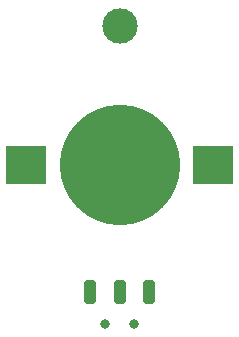
<source format=gbr>
%TF.GenerationSoftware,KiCad,Pcbnew,(6.0.2)*%
%TF.CreationDate,2022-04-03T14:16:10+02:00*%
%TF.ProjectId,Blinky,426c696e-6b79-42e6-9b69-6361645f7063,rev?*%
%TF.SameCoordinates,Original*%
%TF.FileFunction,Soldermask,Bot*%
%TF.FilePolarity,Negative*%
%FSLAX46Y46*%
G04 Gerber Fmt 4.6, Leading zero omitted, Abs format (unit mm)*
G04 Created by KiCad (PCBNEW (6.0.2)) date 2022-04-03 14:16:10*
%MOMM*%
%LPD*%
G01*
G04 APERTURE LIST*
G04 Aperture macros list*
%AMRoundRect*
0 Rectangle with rounded corners*
0 $1 Rounding radius*
0 $2 $3 $4 $5 $6 $7 $8 $9 X,Y pos of 4 corners*
0 Add a 4 corners polygon primitive as box body*
4,1,4,$2,$3,$4,$5,$6,$7,$8,$9,$2,$3,0*
0 Add four circle primitives for the rounded corners*
1,1,$1+$1,$2,$3*
1,1,$1+$1,$4,$5*
1,1,$1+$1,$6,$7*
1,1,$1+$1,$8,$9*
0 Add four rect primitives between the rounded corners*
20,1,$1+$1,$2,$3,$4,$5,0*
20,1,$1+$1,$4,$5,$6,$7,0*
20,1,$1+$1,$6,$7,$8,$9,0*
20,1,$1+$1,$8,$9,$2,$3,0*%
G04 Aperture macros list end*
%ADD10C,3.000000*%
%ADD11C,0.800000*%
%ADD12RoundRect,0.250000X-0.250000X-0.750000X0.250000X-0.750000X0.250000X0.750000X-0.250000X0.750000X0*%
%ADD13R,3.500000X3.300000*%
%ADD14C,10.200000*%
G04 APERTURE END LIST*
D10*
%TO.C,H1*%
X193050000Y-42170000D03*
%TD*%
D11*
%TO.C,SW1*%
X191800000Y-67444400D03*
X194300000Y-67444400D03*
D12*
X190550000Y-64694400D03*
X193050000Y-64694400D03*
X195550000Y-64694400D03*
%TD*%
D13*
%TO.C,BT1*%
X185150000Y-53990000D03*
X200950000Y-53990000D03*
D14*
X193050000Y-53990000D03*
%TD*%
M02*

</source>
